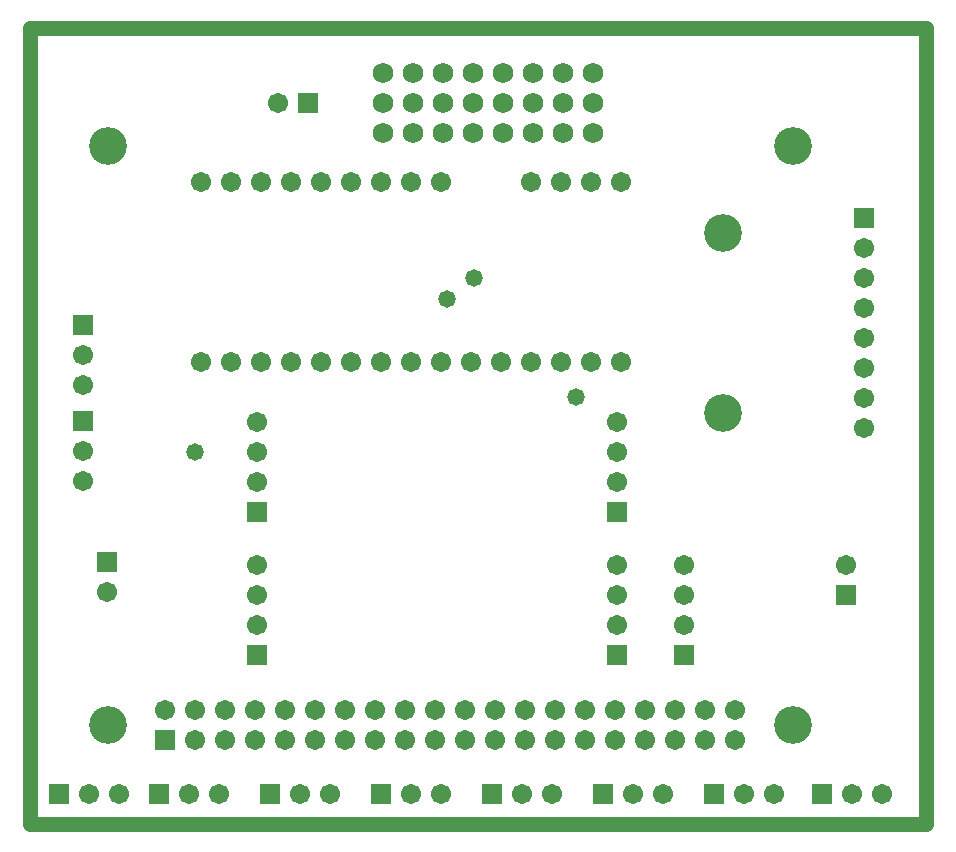
<source format=gbs>
G04 Layer_Color=16711935*
%FSLAX43Y43*%
%MOMM*%
G71*
G01*
G75*
%ADD13C,1.270*%
%ADD22C,1.703*%
%ADD23R,1.703X1.703*%
%ADD24C,3.203*%
%ADD25R,1.703X1.703*%
%ADD26C,1.727*%
%ADD27C,1.473*%
D13*
X54483Y49403D02*
Y116840D01*
Y49403D02*
X130302D01*
Y116840D01*
X54483D02*
X130302D01*
D22*
X109855Y71374D02*
D03*
Y68834D02*
D03*
Y66294D02*
D03*
X68961Y88519D02*
D03*
X71501D02*
D03*
X74041D02*
D03*
X76581D02*
D03*
X79121D02*
D03*
X81661D02*
D03*
X84201D02*
D03*
X86741D02*
D03*
X89281D02*
D03*
X91821D02*
D03*
X94361D02*
D03*
X96901D02*
D03*
X99441D02*
D03*
X101981D02*
D03*
X104521D02*
D03*
X68961Y103759D02*
D03*
X71501D02*
D03*
X74041D02*
D03*
X76581D02*
D03*
X79121D02*
D03*
X81661D02*
D03*
X84201D02*
D03*
X86741D02*
D03*
X89281D02*
D03*
X96901D02*
D03*
X99441D02*
D03*
X101981D02*
D03*
X104521D02*
D03*
X104140Y83439D02*
D03*
Y80899D02*
D03*
Y78359D02*
D03*
X79883Y51943D02*
D03*
X77343D02*
D03*
X104140Y71374D02*
D03*
Y68834D02*
D03*
Y66294D02*
D03*
X117475Y51943D02*
D03*
X114935D02*
D03*
X108077D02*
D03*
X105537D02*
D03*
X98679D02*
D03*
X96139D02*
D03*
X89281D02*
D03*
X86741D02*
D03*
X70485D02*
D03*
X67945D02*
D03*
X124079D02*
D03*
X126619D02*
D03*
X73660Y83439D02*
D03*
Y80899D02*
D03*
Y78359D02*
D03*
Y71374D02*
D03*
Y68834D02*
D03*
Y66294D02*
D03*
X60960Y69088D02*
D03*
X123571Y71374D02*
D03*
X75438Y110490D02*
D03*
X58928Y89154D02*
D03*
Y86614D02*
D03*
Y81026D02*
D03*
Y78486D02*
D03*
X65913Y59055D02*
D03*
X68453Y56515D02*
D03*
Y59055D02*
D03*
X70993Y56515D02*
D03*
Y59055D02*
D03*
X73533Y56515D02*
D03*
Y59055D02*
D03*
X76073Y56515D02*
D03*
Y59055D02*
D03*
X78613Y56515D02*
D03*
Y59055D02*
D03*
X81153Y56515D02*
D03*
Y59055D02*
D03*
X83693Y56515D02*
D03*
Y59055D02*
D03*
X86233Y56515D02*
D03*
Y59055D02*
D03*
X88773Y56515D02*
D03*
Y59055D02*
D03*
X91313Y56515D02*
D03*
Y59055D02*
D03*
X93853Y56515D02*
D03*
Y59055D02*
D03*
X96393Y56515D02*
D03*
Y59055D02*
D03*
X98933Y56515D02*
D03*
Y59055D02*
D03*
X101473Y56515D02*
D03*
Y59055D02*
D03*
X104013Y56515D02*
D03*
Y59055D02*
D03*
X106553Y56515D02*
D03*
Y59055D02*
D03*
X109093Y56515D02*
D03*
Y59055D02*
D03*
X111633Y56515D02*
D03*
Y59055D02*
D03*
X114173Y56515D02*
D03*
Y59055D02*
D03*
X125095Y98171D02*
D03*
Y95631D02*
D03*
Y93091D02*
D03*
Y90551D02*
D03*
Y88011D02*
D03*
Y85471D02*
D03*
Y82931D02*
D03*
X61976Y51943D02*
D03*
X59436D02*
D03*
D23*
X109855Y63754D02*
D03*
X104140Y75819D02*
D03*
Y63754D02*
D03*
X73660Y75819D02*
D03*
Y63754D02*
D03*
X60960Y71628D02*
D03*
X123571Y68834D02*
D03*
X58928Y91694D02*
D03*
Y83566D02*
D03*
X125095Y100711D02*
D03*
D24*
X113161Y84201D02*
D03*
Y99441D02*
D03*
X61051Y106785D02*
D03*
X119041D02*
D03*
X61051Y57785D02*
D03*
X119041D02*
D03*
D25*
X74803Y51943D02*
D03*
X112395D02*
D03*
X102997D02*
D03*
X93599D02*
D03*
X84201D02*
D03*
X65405D02*
D03*
X121539D02*
D03*
X77978Y110490D02*
D03*
X65913Y56515D02*
D03*
X56896Y51943D02*
D03*
D26*
X84328Y113030D02*
D03*
X86868D02*
D03*
X89408D02*
D03*
X91948D02*
D03*
X94488D02*
D03*
X97028D02*
D03*
X99568D02*
D03*
X102108D02*
D03*
X84328Y110490D02*
D03*
X86868D02*
D03*
X89408D02*
D03*
X91948D02*
D03*
X94488D02*
D03*
X97028D02*
D03*
X99568D02*
D03*
X102108D02*
D03*
X84328Y107950D02*
D03*
X86868D02*
D03*
X89408D02*
D03*
X91948D02*
D03*
X94488D02*
D03*
X97028D02*
D03*
X99568D02*
D03*
X102108D02*
D03*
D27*
X68453Y80899D02*
D03*
X100711Y85598D02*
D03*
X92075Y95631D02*
D03*
X89789Y93853D02*
D03*
M02*

</source>
